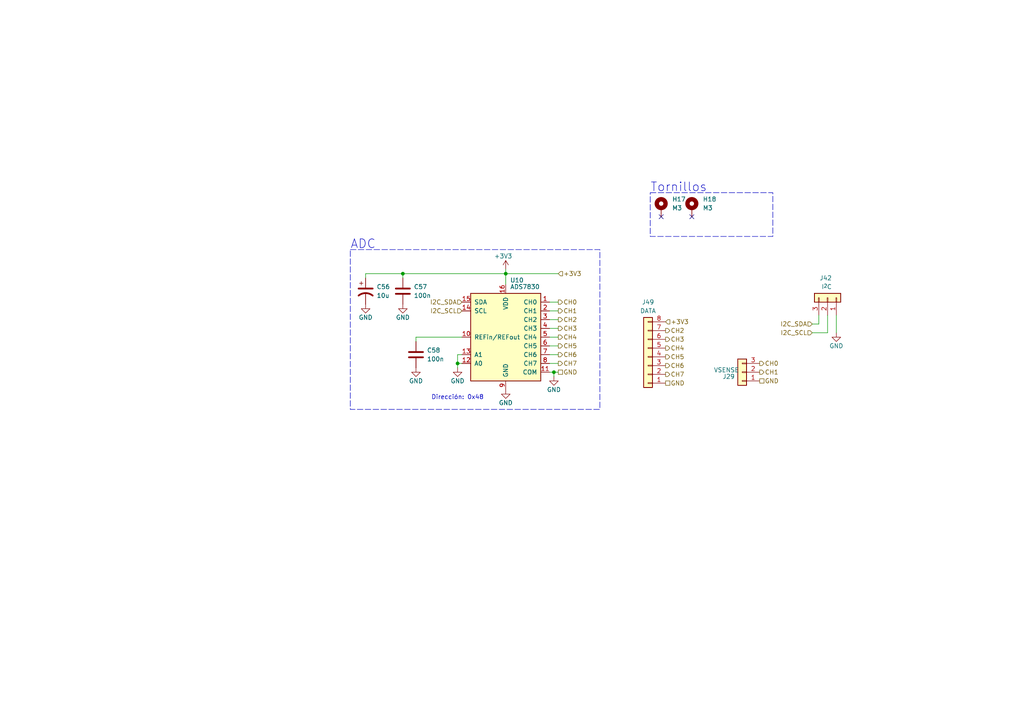
<source format=kicad_sch>
(kicad_sch (version 20250114) (generator "eeschema") (generator_version "9.0")
  (paper "A4")
  (lib_symbols
    (symbol "+3V3_1" (power) (pin_numbers (hide yes)) (pin_names (offset 0) (hide yes))
      (property "Value" "+3V3" (at 0 3.556 0))
      (symbol "+3V3_1_0_1"
        (polyline (pts (xy -0.762 1.27) (xy 0 2.54)))
        (polyline (pts (xy 0 2.54) (xy 0.762 1.27)))
        (polyline (pts (xy 0 0) (xy 0 2.54)))
      )
      (symbol "+3V3_1_1_1"
        (pin power_in line (at 0 0 90) (length 0) (name "~") (number "1"))
      )
    )
    (symbol "Analog_DAC:ADS7830" (pin_names (offset 1.016))
      (property "Reference" "U" (at -10.16 13.716 0))
      (property "Value" "ADS7830" (at 1.778 13.716 0))
      (symbol "ADS7830_0_1"
        (rectangle (start -10.16 12.7) (end 10.16 -12.7) (stroke (width 0.254)) (fill (type background)))
      )
      (symbol "ADS7830_1_1"
        (pin input line (at -12.7 10.16 0) (length 2.54) (name "CH0") (number "1"))
        (pin input line (at -12.7 7.62 0) (length 2.54) (name "CH1") (number "2"))
        (pin input line (at -12.7 5.08 0) (length 2.54) (name "CH2") (number "3"))
        (pin input line (at -12.7 2.54 0) (length 2.54) (name "CH3") (number "4"))
        (pin input line (at -12.7 0 0) (length 2.54) (name "CH4") (number "5"))
        (pin input line (at -12.7 -2.54 0) (length 2.54) (name "CH5") (number "6"))
        (pin input line (at -12.7 -5.08 0) (length 2.54) (name "CH6") (number "7"))
        (pin input line (at -12.7 -7.62 0) (length 2.54) (name "CH7") (number "8"))
        (pin input line (at -12.7 -10.16 0) (length 2.54) (name "COM") (number "11"))
        (pin power_in line (at 0 15.24 270) (length 2.54) (name "VDD") (number "16"))
        (pin power_in line (at 0 -15.24 90) (length 2.54) (name "GND") (number "9"))
        (pin bidirectional line (at 12.7 10.16 180) (length 2.54) (name "SDA") (number "15"))
        (pin input line (at 12.7 7.62 180) (length 2.54) (name "SCL") (number "14"))
        (pin bidirectional line (at 12.7 0 180) (length 2.54) (name "REFin/REFout") (number "10"))
        (pin input line (at 12.7 -5.08 180) (length 2.54) (name "A1") (number "13"))
        (pin input line (at 12.7 -7.62 180) (length 2.54) (name "A0") (number "12"))
      )
    )
    (symbol "Connector_Generic:Conn_01x03" (pin_names (offset 1.016) (hide yes))
      (property "Reference" "J" (at 0 5.08 0))
      (property "Value" "Conn_01x03" (at 0 -5.08 0))
      (symbol "Conn_01x03_1_1"
        (rectangle (start -1.27 3.81) (end 1.27 -3.81) (stroke (width 0.254)) (fill (type background)))
        (rectangle (start -1.27 2.667) (end 0 2.413) (stroke (width 0.1524)))
        (rectangle (start -1.27 0.127) (end 0 -0.127) (stroke (width 0.1524)))
        (rectangle (start -1.27 -2.413) (end 0 -2.667) (stroke (width 0.1524)))
        (pin passive line (at -5.08 2.54 0) (length 3.81) (name "Pin_1") (number "1"))
        (pin passive line (at -5.08 0 0) (length 3.81) (name "Pin_2") (number "2"))
        (pin passive line (at -5.08 -2.54 0) (length 3.81) (name "Pin_3") (number "3"))
      )
    )
    (symbol "Connector_Generic:Conn_01x08" (pin_names (offset 1.016) (hide yes))
      (property "Reference" "J" (at 0 10.16 0))
      (property "Value" "Conn_01x08" (at 0 -12.7 0))
      (symbol "Conn_01x08_1_1"
        (rectangle (start -1.27 8.89) (end 1.27 -11.43) (stroke (width 0.254)) (fill (type background)))
        (rectangle (start -1.27 7.747) (end 0 7.493) (stroke (width 0.1524)))
        (rectangle (start -1.27 5.207) (end 0 4.953) (stroke (width 0.1524)))
        (rectangle (start -1.27 2.667) (end 0 2.413) (stroke (width 0.1524)))
        (rectangle (start -1.27 0.127) (end 0 -0.127) (stroke (width 0.1524)))
        (rectangle (start -1.27 -2.413) (end 0 -2.667) (stroke (width 0.1524)))
        (rectangle (start -1.27 -4.953) (end 0 -5.207) (stroke (width 0.1524)))
        (rectangle (start -1.27 -7.493) (end 0 -7.747) (stroke (width 0.1524)))
        (rectangle (start -1.27 -10.033) (end 0 -10.287) (stroke (width 0.1524)))
        (pin passive line (at -5.08 7.62 0) (length 3.81) (name "Pin_1") (number "1"))
        (pin passive line (at -5.08 5.08 0) (length 3.81) (name "Pin_2") (number "2"))
        (pin passive line (at -5.08 2.54 0) (length 3.81) (name "Pin_3") (number "3"))
        (pin passive line (at -5.08 0 0) (length 3.81) (name "Pin_4") (number "4"))
        (pin passive line (at -5.08 -2.54 0) (length 3.81) (name "Pin_5") (number "5"))
        (pin passive line (at -5.08 -5.08 0) (length 3.81) (name "Pin_6") (number "6"))
        (pin passive line (at -5.08 -7.62 0) (length 3.81) (name "Pin_7") (number "7"))
        (pin passive line (at -5.08 -10.16 0) (length 3.81) (name "Pin_8") (number "8"))
      )
    )
    (symbol "Device:C" (pin_numbers (hide yes)) (pin_names (offset 0.254))
      (property "Reference" "C" (at 0.635 2.54 0))
      (property "Value" "C" (at 0.635 -2.54 0))
      (symbol "C_0_1"
        (polyline (pts (xy -2.032 0.762) (xy 2.032 0.762)) (stroke (width 0.508)))
        (polyline (pts (xy -2.032 -0.762) (xy 2.032 -0.762)) (stroke (width 0.508)))
      )
      (symbol "C_1_1"
        (pin passive line (at 0 3.81 270) (length 2.794) (name "~") (number "1"))
        (pin passive line (at 0 -3.81 90) (length 2.794) (name "~") (number "2"))
      )
    )
    (symbol "Device:C_Polarized_US" (pin_numbers (hide yes)) (pin_names (offset 0.254) (hide yes))
      (property "Reference" "C" (at 0.635 2.54 0))
      (property "Value" "C_Polarized_US" (at 0.635 -2.54 0))
      (symbol "C_Polarized_US_0_1"
        (polyline (pts (xy -2.032 0.762) (xy 2.032 0.762)) (stroke (width 0.508)))
        (polyline (pts (xy -1.778 2.286) (xy -0.762 2.286)))
        (polyline (pts (xy -1.27 1.778) (xy -1.27 2.794)))
        (arc (start -2.032 -1.27) (mid 0 -0.5572) (end 2.032 -1.27) (stroke (width 0.508)))
      )
      (symbol "C_Polarized_US_1_1"
        (pin passive line (at 0 3.81 270) (length 2.794) (name "~") (number "1"))
        (pin passive line (at 0 -3.81 90) (length 3.302) (name "~") (number "2"))
      )
    )
    (symbol "Mechanical:MountingHole_Pad" (pin_numbers (hide yes)) (pin_names (offset 1.016) (hide yes)) (exclude_from_sim yes) (in_bom no)
      (property "Reference" "H" (at 0 6.35 0))
      (property "Value" "MountingHole_Pad" (at 0 4.445 0))
      (symbol "MountingHole_Pad_0_1"
        (circle (center 0 1.27) (radius 1.27) (stroke (width 1.27)))
      )
      (symbol "MountingHole_Pad_1_1"
        (pin input line (at 0 -2.54 90) (length 2.54) (name "1") (number "1"))
      )
    )
    (symbol "power:GND" (power) (pin_names (offset 0))
      (property "Value" "GND" (at 0 -3.81 0))
      (symbol "GND_0_1"
        (polyline (pts (xy 0 0) (xy 0 -1.27) (xy 1.27 -1.27) (xy 0 -2.54) (xy -1.27 -1.27) (xy 0 -1.27)))
      )
      (symbol "GND_1_1"
        (pin power_in line (at 0 0 270) (length 0) (hide yes) (name "GND") (number "1"))
      )
    )
  )
  (rectangle (start 188.595 55.88) (end 224.155 68.58) (stroke (width 0) (type dash)))
  (rectangle (start 101.6 72.39) (end 173.99 118.745) (stroke (width 0) (type dash)))
  (text "ADC" (at 101.6 72.39 0) (effects (font (size 2.54 2.54)) (justify left bottom)))
  (text "Dirección: 0x48" (at 132.715 116.078 0) (effects (font (size 1.27 1.27)) (justify bottom)))
  (text "Tornillos" (at 188.595 55.88 0) (effects (font (size 2.54 2.54)) (justify left bottom)))
  (junction (at 132.715 105.41))
  (junction (at 116.84 79.375))
  (junction (at 146.685 79.375))
  (junction (at 160.655 107.95))
  (no_connect (at 191.77 62.865))
  (no_connect (at 200.66 62.865))
  (wire (pts (xy 161.925 100.33) (xy 159.385 100.33)))
  (wire (pts (xy 237.49 93.98) (xy 237.49 91.44)))
  (wire (pts (xy 106.045 80.645) (xy 106.045 79.375)))
  (wire (pts (xy 146.685 79.375) (xy 146.685 82.55)))
  (wire (pts (xy 235.585 96.52) (xy 240.03 96.52)))
  (wire (pts (xy 240.03 91.44) (xy 240.03 96.52)))
  (wire (pts (xy 161.925 97.79) (xy 159.385 97.79)))
  (wire (pts (xy 160.655 107.95) (xy 161.925 107.95)))
  (wire (pts (xy 133.985 102.87) (xy 132.715 102.87)))
  (wire (pts (xy 159.385 107.95) (xy 160.655 107.95)))
  (wire (pts (xy 235.585 93.98) (xy 237.49 93.98)))
  (wire (pts (xy 133.985 105.41) (xy 132.715 105.41)))
  (wire (pts (xy 146.685 79.375) (xy 161.925 79.375)))
  (wire (pts (xy 132.715 102.87) (xy 132.715 105.41)))
  (wire (pts (xy 116.84 80.645) (xy 116.84 79.375)))
  (wire (pts (xy 146.685 78.105) (xy 146.685 79.375)))
  (wire (pts (xy 146.685 79.375) (xy 116.84 79.375)))
  (wire (pts (xy 161.925 92.71) (xy 159.385 92.71)))
  (wire (pts (xy 161.925 95.25) (xy 159.385 95.25)))
  (wire (pts (xy 161.925 90.17) (xy 159.385 90.17)))
  (wire (pts (xy 160.655 107.95) (xy 160.655 109.22)))
  (wire (pts (xy 242.57 91.44) (xy 242.57 96.52)))
  (wire (pts (xy 133.985 97.79) (xy 120.65 97.79)))
  (wire (pts (xy 132.715 105.41) (xy 132.715 106.68)))
  (wire (pts (xy 161.925 87.63) (xy 159.385 87.63)))
  (wire (pts (xy 161.925 102.87) (xy 159.385 102.87)))
  (wire (pts (xy 106.045 79.375) (xy 116.84 79.375)))
  (wire (pts (xy 120.65 97.79) (xy 120.65 99.06)))
  (wire (pts (xy 161.925 105.41) (xy 159.385 105.41)))
  (hierarchical_label "CH6" (shape output) (at 161.925 102.87 0))
  (hierarchical_label "CH1" (shape output) (at 220.345 107.95 0))
  (hierarchical_label "I2C_SCL" (shape input) (at 235.585 96.52 180))
  (hierarchical_label "CH7" (shape output) (at 161.925 105.41 0))
  (hierarchical_label "+3V3" (shape input) (at 161.925 79.375 0))
  (hierarchical_label "CH3" (shape output) (at 161.925 95.25 0))
  (hierarchical_label "GND" (shape passive) (at 193.04 111.125 0))
  (hierarchical_label "CH4" (shape output) (at 161.925 97.79 0))
  (hierarchical_label "+3V3" (shape input) (at 193.04 93.345 0))
  (hierarchical_label "I2C_SCL" (shape input) (at 133.985 90.17 180))
  (hierarchical_label "GND" (shape passive) (at 161.925 107.95 0))
  (hierarchical_label "I2C_SDA" (shape input) (at 133.985 87.63 180))
  (hierarchical_label "CH6" (shape output) (at 193.04 106.045 0))
  (hierarchical_label "CH5" (shape output) (at 161.925 100.33 0))
  (hierarchical_label "CH1" (shape output) (at 161.925 90.17 0))
  (hierarchical_label "CH5" (shape output) (at 193.04 103.505 0))
  (hierarchical_label "CH2" (shape output) (at 193.04 95.885 0))
  (hierarchical_label "CH0" (shape output) (at 161.925 87.63 0))
  (hierarchical_label "CH7" (shape output) (at 193.04 108.585 0))
  (hierarchical_label "CH3" (shape output) (at 193.04 98.425 0))
  (hierarchical_label "CH0" (shape output) (at 220.345 105.41 0))
  (hierarchical_label "I2C_SDA" (shape input) (at 235.585 93.98 180))
  (hierarchical_label "CH2" (shape output) (at 161.925 92.71 0))
  (hierarchical_label "GND" (shape passive) (at 220.345 110.49 0))
  (hierarchical_label "CH4" (shape output) (at 193.04 100.965 0))
  (symbol (lib_name "+3V3_1") (lib_id "power:+3V3") (at 146.685 78.105 0) (mirror y) (unit 1)
    (property "Reference" "#PWR0183" (effects (hide yes)))
    (property "Value" "+3V3" (at 148.59 74.295 0) (effects (justify left)))
    (property "Description" "Power symbol creates a global label with name \"+3V3\"" (effects (hide yes)))
  )
  (symbol (lib_id "Connector_Generic:Conn_01x08") (at 187.96 103.505 180) (unit 1)
    (property "Reference" "J49" (at 187.96 87.63 0))
    (property "Value" "DATA" (at 187.96 90.17 0))
    (property "Footprint" "Connector_JST:JST_PH_B8B-PH-K_1x08_P2.00mm_Vertical" (effects (hide yes)))
    (property "Description" "Generic connector, single row, 01x08, script generated (kicad-library-utils/schlib/autogen/connector/)" (effects (hide yes)))
  )
  (symbol (lib_id "power:GND") (at 146.685 113.03 0) (mirror y) (unit 1)
    (property "Reference" "#PWR0184" (effects (hide yes)))
    (property "Value" "GND" (at 146.685 116.84 0))
  )
  (symbol (lib_id "power:GND") (at 242.57 96.52 0) (mirror y) (unit 1)
    (property "Reference" "#PWR058" (effects (hide yes)))
    (property "Value" "GND" (at 242.57 100.33 0))
  )
  (symbol (lib_id "power:GND") (at 116.84 88.265 0) (mirror y) (unit 1)
    (property "Reference" "#PWR0180" (effects (hide yes)))
    (property "Value" "GND" (at 116.84 92.075 0))
  )
  (symbol (lib_id "Device:C_Polarized_US") (at 106.045 84.455 0) (unit 1)
    (property "Reference" "C56" (at 109.22 83.185 0) (effects (justify left)))
    (property "Value" "10u" (at 109.22 85.725 0) (effects (justify left)))
    (property "Footprint" "Capacitor_SMD:CP_Elec_4x5.4" (effects (hide yes)))
    (property "Datasheet" "https://www.lcsc.com/datasheet/lcsc_datasheet_2410121458_ROQANG-RVT1E100M0405_C72484.pdf" (effects (hide yes)))
    (property "LCSC part" "C72484" (effects (hide yes)))
  )
  (symbol (lib_id "power:GND") (at 106.045 88.265 0) (mirror y) (unit 1)
    (property "Reference" "#PWR0179" (effects (hide yes)))
    (property "Value" "GND" (at 106.045 92.075 0))
  )
  (symbol (lib_id "Device:C") (at 116.84 84.455 0) (unit 1)
    (property "Reference" "C57" (at 120.015 83.1849 0) (effects (justify left)))
    (property "Value" "100n" (at 120.015 85.7249 0) (effects (justify left)))
    (property "Footprint" "Capacitor_SMD:C_0603_1608Metric" (effects (hide yes)))
    (property "Datasheet" "https://www.lcsc.com/datasheet/lcsc_datasheet_2208181800_FOJAN-FCC0603B104K500CT_C5137636.pdf" (effects (hide yes)))
    (property "LCSC part" " C5137636" (effects (hide yes)))
  )
  (symbol (lib_id "Mechanical:MountingHole_Pad") (at 191.77 60.325 0) (unit 1)
    (property "Reference" "H17" (at 194.945 57.785 0) (effects (justify left)))
    (property "Value" "M3" (at 194.945 60.325 0) (effects (justify left)))
    (property "Footprint" "MountingHole:MountingHole_3.2mm_M3" (effects (hide yes)))
    (property "Description" "Mounting Hole with connection" (effects (hide yes)))
  )
  (symbol (lib_id "Connector_Generic:Conn_01x03") (at 215.265 107.95 180) (unit 1)
    (property "Reference" "J29" (at 209.55 109.22 0) (effects (justify right)))
    (property "Value" "VSENSE" (at 207.01 107.315 0) (effects (justify right)))
    (property "Footprint" "Connector_JST:JST_PH_B3B-PH-K_1x03_P2.00mm_Vertical" (effects (hide yes)))
    (property "Description" "Generic connector, single row, 01x03, script generated (kicad-library-utils/schlib/autogen/connector/)" (effects (hide yes)))
  )
  (symbol (lib_id "Analog_DAC:ADS7830") (at 146.685 97.79 0) (mirror y) (unit 1)
    (property "Reference" "U10" (at 147.955 81.28 0) (effects (justify right)))
    (property "Value" "ADS7830" (at 147.955 83.185 0) (effects (justify right)))
    (property "Footprint" "Package_SO:TSSOP-16_4.4x5mm_P0.65mm" (effects (hide yes)))
    (property "Datasheet" "http://www.ti.com/lit/ds/symlink/ads7830.pdf" (effects (hide yes)))
    (property "Description" "Single-supply, 8bit, 8 ch, SAR, 70kHz SR, 2.7 - 5 VDD, I2C, TSSOP-16" (effects (hide yes)))
    (property "LCSC part" " C161747" (effects (hide yes)))
  )
  (symbol (lib_id "power:GND") (at 120.65 106.68 0) (mirror y) (unit 1)
    (property "Reference" "#PWR0181" (effects (hide yes)))
    (property "Value" "GND" (at 120.65 110.49 0))
  )
  (symbol (lib_id "power:GND") (at 160.655 109.22 0) (mirror y) (unit 1)
    (property "Reference" "#PWR0185" (effects (hide yes)))
    (property "Value" "GND" (at 160.655 113.03 0))
  )
  (symbol (lib_id "Mechanical:MountingHole_Pad") (at 200.66 60.325 0) (unit 1)
    (property "Reference" "H18" (at 203.835 57.785 0) (effects (justify left)))
    (property "Value" "M3" (at 203.835 60.325 0) (effects (justify left)))
    (property "Footprint" "MountingHole:MountingHole_3.2mm_M3" (effects (hide yes)))
    (property "Description" "Mounting Hole with connection" (effects (hide yes)))
  )
  (symbol (lib_id "power:GND") (at 132.715 106.68 0) (mirror y) (unit 1)
    (property "Reference" "#PWR0182" (effects (hide yes)))
    (property "Value" "GND" (at 132.715 110.49 0))
  )
  (symbol (lib_id "Connector_Generic:Conn_01x03") (at 240.03 86.36 270) (mirror x) (unit 1)
    (property "Reference" "J42" (at 241.3 80.645 90) (effects (justify right)))
    (property "Value" "I^{2}C" (at 241.3 83.185 90) (effects (justify right)))
    (property "Footprint" "Connector_JST:JST_PH_B3B-PH-K_1x03_P2.00mm_Vertical" (effects (hide yes)))
    (property "Description" "Generic connector, single row, 01x03, script generated (kicad-library-utils/schlib/autogen/connector/)" (effects (hide yes)))
  )
  (symbol (lib_id "Device:C") (at 120.65 102.87 0) (unit 1)
    (property "Reference" "C58" (at 123.825 101.5999 0) (effects (justify left)))
    (property "Value" "100n" (at 123.825 104.1399 0) (effects (justify left)))
    (property "Footprint" "Capacitor_SMD:C_0603_1608Metric" (effects (hide yes)))
    (property "Datasheet" "https://www.lcsc.com/datasheet/lcsc_datasheet_2208181800_FOJAN-FCC0603B104K500CT_C5137636.pdf" (effects (hide yes)))
    (property "LCSC part" " C5137636" (effects (hide yes)))
  )
)
</source>
